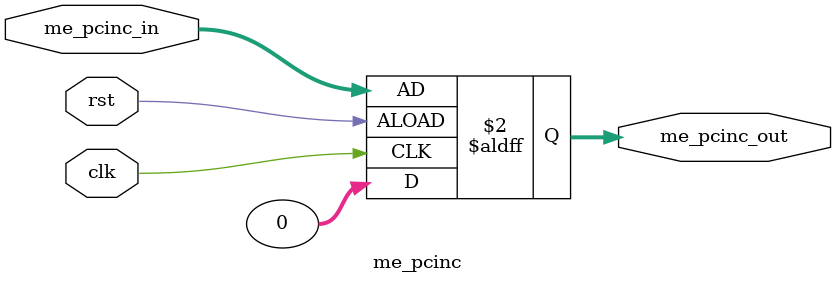
<source format=sv>
module me_pcinc(
    input logic clk,
    input logic rst,
    input logic [31:0] me_pcinc_in = 32'b0, 
    output logic [31:0] me_pcinc_out
     
);

    always_ff @(posedge clk or negedge rst) begin
        if (rst) begin
            me_pcinc_out <= 32'b0; 
        end else begin
            me_pcinc_out <= me_pcinc_in; 
        end
    end
endmodule
</source>
